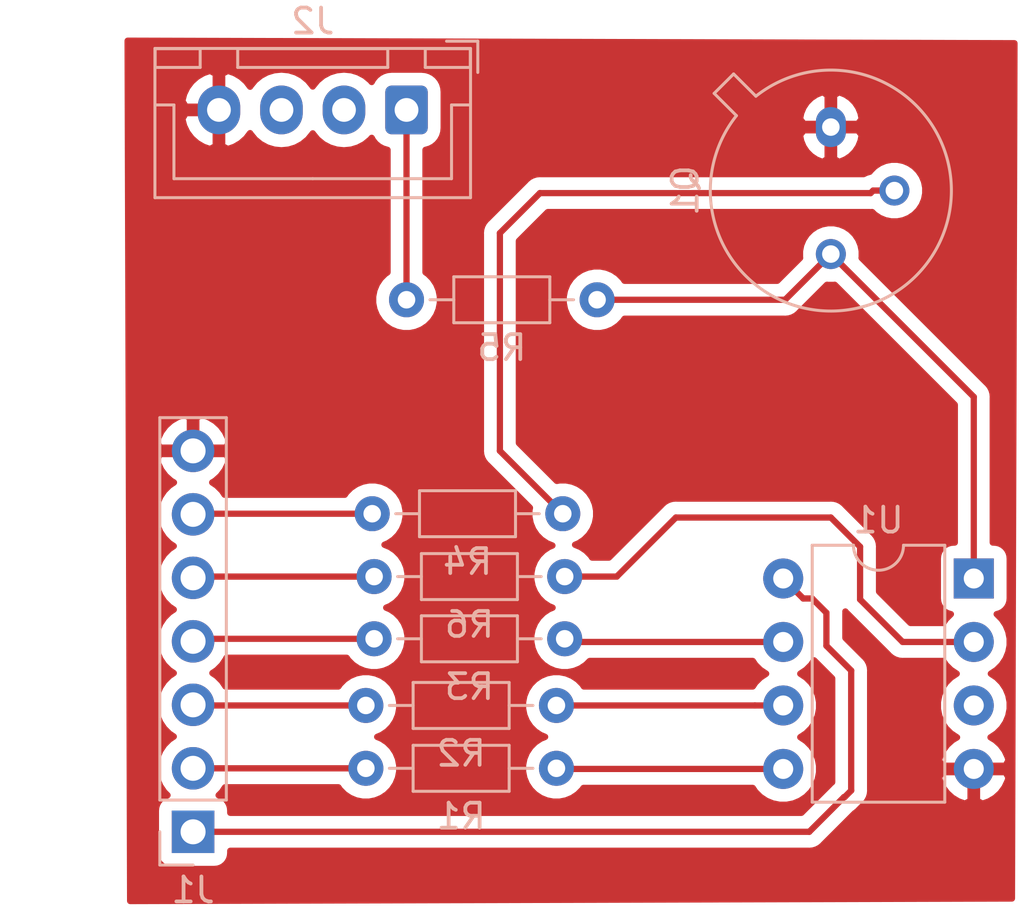
<source format=kicad_pcb>
(kicad_pcb (version 20171130) (host pcbnew "(5.1.5)-3")

  (general
    (thickness 1.6)
    (drawings 0)
    (tracks 44)
    (zones 0)
    (modules 10)
    (nets 18)
  )

  (page A4)
  (layers
    (0 F.Cu signal)
    (31 B.Cu signal)
    (32 B.Adhes user)
    (33 F.Adhes user)
    (34 B.Paste user)
    (35 F.Paste user)
    (36 B.SilkS user)
    (37 F.SilkS user)
    (38 B.Mask user)
    (39 F.Mask user)
    (40 Dwgs.User user)
    (41 Cmts.User user)
    (42 Eco1.User user)
    (43 Eco2.User user)
    (44 Edge.Cuts user)
    (45 Margin user)
    (46 B.CrtYd user)
    (47 F.CrtYd user)
    (48 B.Fab user)
    (49 F.Fab user)
  )

  (setup
    (last_trace_width 0.25)
    (user_trace_width 0.5)
    (trace_clearance 0.2)
    (zone_clearance 0.508)
    (zone_45_only no)
    (trace_min 0.2)
    (via_size 0.8)
    (via_drill 0.4)
    (via_min_size 0.4)
    (via_min_drill 0.3)
    (uvia_size 0.3)
    (uvia_drill 0.1)
    (uvias_allowed no)
    (uvia_min_size 0.2)
    (uvia_min_drill 0.1)
    (edge_width 0.05)
    (segment_width 0.2)
    (pcb_text_width 0.3)
    (pcb_text_size 1.5 1.5)
    (mod_edge_width 0.12)
    (mod_text_size 1 1)
    (mod_text_width 0.15)
    (pad_size 1.524 1.524)
    (pad_drill 0.762)
    (pad_to_mask_clearance 0.051)
    (solder_mask_min_width 0.25)
    (aux_axis_origin 0 0)
    (visible_elements 7FFFFFFF)
    (pcbplotparams
      (layerselection 0x010fc_ffffffff)
      (usegerberextensions false)
      (usegerberattributes false)
      (usegerberadvancedattributes false)
      (creategerberjobfile false)
      (excludeedgelayer true)
      (linewidth 0.100000)
      (plotframeref false)
      (viasonmask false)
      (mode 1)
      (useauxorigin false)
      (hpglpennumber 1)
      (hpglpenspeed 20)
      (hpglpendiameter 15.000000)
      (psnegative false)
      (psa4output false)
      (plotreference true)
      (plotvalue true)
      (plotinvisibletext false)
      (padsonsilk false)
      (subtractmaskfromsilk false)
      (outputformat 1)
      (mirror false)
      (drillshape 1)
      (scaleselection 1)
      (outputdirectory ""))
  )

  (net 0 "")
  (net 1 GNDPWR)
  (net 2 "Net-(J1-Pad6)")
  (net 3 "Net-(J1-Pad5)")
  (net 4 "Net-(J1-Pad4)")
  (net 5 "Net-(J1-Pad3)")
  (net 6 "Net-(J1-Pad2)")
  (net 7 +5V)
  (net 8 "Net-(Q1-Pad3)")
  (net 9 "Net-(Q1-Pad2)")
  (net 10 "Net-(R1-Pad2)")
  (net 11 "Net-(R2-Pad2)")
  (net 12 "Net-(R3-Pad2)")
  (net 13 "Net-(R6-Pad2)")
  (net 14 "Net-(U1-Pad3)")
  (net 15 "Net-(J2-Pad3)")
  (net 16 "Net-(J2-Pad2)")
  (net 17 "Net-(J2-Pad1)")

  (net_class Default "This is the default net class."
    (clearance 0.2)
    (trace_width 0.25)
    (via_dia 0.8)
    (via_drill 0.4)
    (uvia_dia 0.3)
    (uvia_drill 0.1)
    (add_net +5V)
    (add_net GNDPWR)
    (add_net "Net-(J1-Pad2)")
    (add_net "Net-(J1-Pad3)")
    (add_net "Net-(J1-Pad4)")
    (add_net "Net-(J1-Pad5)")
    (add_net "Net-(J1-Pad6)")
    (add_net "Net-(J2-Pad1)")
    (add_net "Net-(J2-Pad2)")
    (add_net "Net-(J2-Pad3)")
    (add_net "Net-(Q1-Pad2)")
    (add_net "Net-(Q1-Pad3)")
    (add_net "Net-(R1-Pad2)")
    (add_net "Net-(R2-Pad2)")
    (add_net "Net-(R3-Pad2)")
    (add_net "Net-(R6-Pad2)")
    (add_net "Net-(U1-Pad3)")
  )

  (module Connector_JST:JST_XH_B4B-XH-A_1x04_P2.50mm_Vertical (layer B.Cu) (tedit 5C28146C) (tstamp 5E64FBD1)
    (at 89.8144 25.6286 180)
    (descr "JST XH series connector, B4B-XH-A (http://www.jst-mfg.com/product/pdf/eng/eXH.pdf), generated with kicad-footprint-generator")
    (tags "connector JST XH vertical")
    (path /5E70E82A)
    (fp_text reference J2 (at 3.75 3.55) (layer B.SilkS)
      (effects (font (size 1 1) (thickness 0.15)) (justify mirror))
    )
    (fp_text value Conn_01x04_Female (at 3.75 -4.6) (layer B.Fab)
      (effects (font (size 1 1) (thickness 0.15)) (justify mirror))
    )
    (fp_text user %R (at 3.75 -2.7) (layer B.Fab)
      (effects (font (size 1 1) (thickness 0.15)) (justify mirror))
    )
    (fp_line (start -2.85 2.75) (end -2.85 1.5) (layer B.SilkS) (width 0.12))
    (fp_line (start -1.6 2.75) (end -2.85 2.75) (layer B.SilkS) (width 0.12))
    (fp_line (start 9.3 -2.75) (end 3.75 -2.75) (layer B.SilkS) (width 0.12))
    (fp_line (start 9.3 0.2) (end 9.3 -2.75) (layer B.SilkS) (width 0.12))
    (fp_line (start 10.05 0.2) (end 9.3 0.2) (layer B.SilkS) (width 0.12))
    (fp_line (start -1.8 -2.75) (end 3.75 -2.75) (layer B.SilkS) (width 0.12))
    (fp_line (start -1.8 0.2) (end -1.8 -2.75) (layer B.SilkS) (width 0.12))
    (fp_line (start -2.55 0.2) (end -1.8 0.2) (layer B.SilkS) (width 0.12))
    (fp_line (start 10.05 2.45) (end 8.25 2.45) (layer B.SilkS) (width 0.12))
    (fp_line (start 10.05 1.7) (end 10.05 2.45) (layer B.SilkS) (width 0.12))
    (fp_line (start 8.25 1.7) (end 10.05 1.7) (layer B.SilkS) (width 0.12))
    (fp_line (start 8.25 2.45) (end 8.25 1.7) (layer B.SilkS) (width 0.12))
    (fp_line (start -0.75 2.45) (end -2.55 2.45) (layer B.SilkS) (width 0.12))
    (fp_line (start -0.75 1.7) (end -0.75 2.45) (layer B.SilkS) (width 0.12))
    (fp_line (start -2.55 1.7) (end -0.75 1.7) (layer B.SilkS) (width 0.12))
    (fp_line (start -2.55 2.45) (end -2.55 1.7) (layer B.SilkS) (width 0.12))
    (fp_line (start 6.75 2.45) (end 0.75 2.45) (layer B.SilkS) (width 0.12))
    (fp_line (start 6.75 1.7) (end 6.75 2.45) (layer B.SilkS) (width 0.12))
    (fp_line (start 0.75 1.7) (end 6.75 1.7) (layer B.SilkS) (width 0.12))
    (fp_line (start 0.75 2.45) (end 0.75 1.7) (layer B.SilkS) (width 0.12))
    (fp_line (start 0 1.35) (end 0.625 2.35) (layer B.Fab) (width 0.1))
    (fp_line (start -0.625 2.35) (end 0 1.35) (layer B.Fab) (width 0.1))
    (fp_line (start 10.45 2.85) (end -2.95 2.85) (layer B.CrtYd) (width 0.05))
    (fp_line (start 10.45 -3.9) (end 10.45 2.85) (layer B.CrtYd) (width 0.05))
    (fp_line (start -2.95 -3.9) (end 10.45 -3.9) (layer B.CrtYd) (width 0.05))
    (fp_line (start -2.95 2.85) (end -2.95 -3.9) (layer B.CrtYd) (width 0.05))
    (fp_line (start 10.06 2.46) (end -2.56 2.46) (layer B.SilkS) (width 0.12))
    (fp_line (start 10.06 -3.51) (end 10.06 2.46) (layer B.SilkS) (width 0.12))
    (fp_line (start -2.56 -3.51) (end 10.06 -3.51) (layer B.SilkS) (width 0.12))
    (fp_line (start -2.56 2.46) (end -2.56 -3.51) (layer B.SilkS) (width 0.12))
    (fp_line (start 9.95 2.35) (end -2.45 2.35) (layer B.Fab) (width 0.1))
    (fp_line (start 9.95 -3.4) (end 9.95 2.35) (layer B.Fab) (width 0.1))
    (fp_line (start -2.45 -3.4) (end 9.95 -3.4) (layer B.Fab) (width 0.1))
    (fp_line (start -2.45 2.35) (end -2.45 -3.4) (layer B.Fab) (width 0.1))
    (pad 4 thru_hole oval (at 7.5 0 180) (size 1.7 1.95) (drill 0.95) (layers *.Cu *.Mask)
      (net 1 GNDPWR))
    (pad 3 thru_hole oval (at 5 0 180) (size 1.7 1.95) (drill 0.95) (layers *.Cu *.Mask)
      (net 15 "Net-(J2-Pad3)"))
    (pad 2 thru_hole oval (at 2.5 0 180) (size 1.7 1.95) (drill 0.95) (layers *.Cu *.Mask)
      (net 16 "Net-(J2-Pad2)"))
    (pad 1 thru_hole roundrect (at 0 0 180) (size 1.7 1.95) (drill 0.95) (layers *.Cu *.Mask) (roundrect_rratio 0.147059)
      (net 17 "Net-(J2-Pad1)"))
    (model ${KISYS3DMOD}/Connector_JST.3dshapes/JST_XH_B4B-XH-A_1x04_P2.50mm_Vertical.wrl
      (at (xyz 0 0 0))
      (scale (xyz 1 1 1))
      (rotate (xyz 0 0 0))
    )
  )

  (module Package_DIP:DIP-8_W7.62mm (layer B.Cu) (tedit 5A02E8C5) (tstamp 5E64EF8C)
    (at 112.4966 44.3738 180)
    (descr "8-lead though-hole mounted DIP package, row spacing 7.62 mm (300 mils)")
    (tags "THT DIP DIL PDIP 2.54mm 7.62mm 300mil")
    (path /5E6CC448)
    (fp_text reference U1 (at 3.81 2.33) (layer B.SilkS)
      (effects (font (size 1 1) (thickness 0.15)) (justify mirror))
    )
    (fp_text value ATtiny85-20PU (at 3.81 -9.95) (layer B.Fab)
      (effects (font (size 1 1) (thickness 0.15)) (justify mirror))
    )
    (fp_text user %R (at 3.81 -3.81) (layer B.Fab)
      (effects (font (size 1 1) (thickness 0.15)) (justify mirror))
    )
    (fp_line (start 8.7 1.55) (end -1.1 1.55) (layer B.CrtYd) (width 0.05))
    (fp_line (start 8.7 -9.15) (end 8.7 1.55) (layer B.CrtYd) (width 0.05))
    (fp_line (start -1.1 -9.15) (end 8.7 -9.15) (layer B.CrtYd) (width 0.05))
    (fp_line (start -1.1 1.55) (end -1.1 -9.15) (layer B.CrtYd) (width 0.05))
    (fp_line (start 6.46 1.33) (end 4.81 1.33) (layer B.SilkS) (width 0.12))
    (fp_line (start 6.46 -8.95) (end 6.46 1.33) (layer B.SilkS) (width 0.12))
    (fp_line (start 1.16 -8.95) (end 6.46 -8.95) (layer B.SilkS) (width 0.12))
    (fp_line (start 1.16 1.33) (end 1.16 -8.95) (layer B.SilkS) (width 0.12))
    (fp_line (start 2.81 1.33) (end 1.16 1.33) (layer B.SilkS) (width 0.12))
    (fp_line (start 0.635 0.27) (end 1.635 1.27) (layer B.Fab) (width 0.1))
    (fp_line (start 0.635 -8.89) (end 0.635 0.27) (layer B.Fab) (width 0.1))
    (fp_line (start 6.985 -8.89) (end 0.635 -8.89) (layer B.Fab) (width 0.1))
    (fp_line (start 6.985 1.27) (end 6.985 -8.89) (layer B.Fab) (width 0.1))
    (fp_line (start 1.635 1.27) (end 6.985 1.27) (layer B.Fab) (width 0.1))
    (fp_arc (start 3.81 1.33) (end 2.81 1.33) (angle 180) (layer B.SilkS) (width 0.12))
    (pad 8 thru_hole oval (at 7.62 0 180) (size 1.6 1.6) (drill 0.8) (layers *.Cu *.Mask)
      (net 7 +5V))
    (pad 4 thru_hole oval (at 0 -7.62 180) (size 1.6 1.6) (drill 0.8) (layers *.Cu *.Mask)
      (net 1 GNDPWR))
    (pad 7 thru_hole oval (at 7.62 -2.54 180) (size 1.6 1.6) (drill 0.8) (layers *.Cu *.Mask)
      (net 12 "Net-(R3-Pad2)"))
    (pad 3 thru_hole oval (at 0 -5.08 180) (size 1.6 1.6) (drill 0.8) (layers *.Cu *.Mask)
      (net 14 "Net-(U1-Pad3)"))
    (pad 6 thru_hole oval (at 7.62 -5.08 180) (size 1.6 1.6) (drill 0.8) (layers *.Cu *.Mask)
      (net 11 "Net-(R2-Pad2)"))
    (pad 2 thru_hole oval (at 0 -2.54 180) (size 1.6 1.6) (drill 0.8) (layers *.Cu *.Mask)
      (net 13 "Net-(R6-Pad2)"))
    (pad 5 thru_hole oval (at 7.62 -7.62 180) (size 1.6 1.6) (drill 0.8) (layers *.Cu *.Mask)
      (net 10 "Net-(R1-Pad2)"))
    (pad 1 thru_hole rect (at 0 0 180) (size 1.6 1.6) (drill 0.8) (layers *.Cu *.Mask)
      (net 8 "Net-(Q1-Pad3)"))
    (model ${KISYS3DMOD}/Package_DIP.3dshapes/DIP-8_W7.62mm.wrl
      (at (xyz 0 0 0))
      (scale (xyz 1 1 1))
      (rotate (xyz 0 0 0))
    )
  )

  (module Resistor_THT:R_Axial_DIN0204_L3.6mm_D1.6mm_P7.62mm_Horizontal (layer B.Cu) (tedit 5AE5139B) (tstamp 5E64F0E1)
    (at 88.519 44.2976)
    (descr "Resistor, Axial_DIN0204 series, Axial, Horizontal, pin pitch=7.62mm, 0.167W, length*diameter=3.6*1.6mm^2, http://cdn-reichelt.de/documents/datenblatt/B400/1_4W%23YAG.pdf")
    (tags "Resistor Axial_DIN0204 series Axial Horizontal pin pitch 7.62mm 0.167W length 3.6mm diameter 1.6mm")
    (path /5E6CD89B)
    (fp_text reference R6 (at 3.81 1.92) (layer B.SilkS)
      (effects (font (size 1 1) (thickness 0.15)) (justify mirror))
    )
    (fp_text value 1k (at 3.81 -1.92) (layer B.Fab)
      (effects (font (size 1 1) (thickness 0.15)) (justify mirror))
    )
    (fp_text user %R (at 3.81 0) (layer B.Fab)
      (effects (font (size 0.72 0.72) (thickness 0.108)) (justify mirror))
    )
    (fp_line (start 8.57 1.05) (end -0.95 1.05) (layer B.CrtYd) (width 0.05))
    (fp_line (start 8.57 -1.05) (end 8.57 1.05) (layer B.CrtYd) (width 0.05))
    (fp_line (start -0.95 -1.05) (end 8.57 -1.05) (layer B.CrtYd) (width 0.05))
    (fp_line (start -0.95 1.05) (end -0.95 -1.05) (layer B.CrtYd) (width 0.05))
    (fp_line (start 6.68 0) (end 5.73 0) (layer B.SilkS) (width 0.12))
    (fp_line (start 0.94 0) (end 1.89 0) (layer B.SilkS) (width 0.12))
    (fp_line (start 5.73 0.92) (end 1.89 0.92) (layer B.SilkS) (width 0.12))
    (fp_line (start 5.73 -0.92) (end 5.73 0.92) (layer B.SilkS) (width 0.12))
    (fp_line (start 1.89 -0.92) (end 5.73 -0.92) (layer B.SilkS) (width 0.12))
    (fp_line (start 1.89 0.92) (end 1.89 -0.92) (layer B.SilkS) (width 0.12))
    (fp_line (start 7.62 0) (end 5.61 0) (layer B.Fab) (width 0.1))
    (fp_line (start 0 0) (end 2.01 0) (layer B.Fab) (width 0.1))
    (fp_line (start 5.61 0.8) (end 2.01 0.8) (layer B.Fab) (width 0.1))
    (fp_line (start 5.61 -0.8) (end 5.61 0.8) (layer B.Fab) (width 0.1))
    (fp_line (start 2.01 -0.8) (end 5.61 -0.8) (layer B.Fab) (width 0.1))
    (fp_line (start 2.01 0.8) (end 2.01 -0.8) (layer B.Fab) (width 0.1))
    (pad 2 thru_hole oval (at 7.62 0) (size 1.4 1.4) (drill 0.7) (layers *.Cu *.Mask)
      (net 13 "Net-(R6-Pad2)"))
    (pad 1 thru_hole circle (at 0 0) (size 1.4 1.4) (drill 0.7) (layers *.Cu *.Mask)
      (net 3 "Net-(J1-Pad5)"))
    (model ${KISYS3DMOD}/Resistor_THT.3dshapes/R_Axial_DIN0204_L3.6mm_D1.6mm_P7.62mm_Horizontal.wrl
      (at (xyz 0 0 0))
      (scale (xyz 1 1 1))
      (rotate (xyz 0 0 0))
    )
  )

  (module Resistor_THT:R_Axial_DIN0204_L3.6mm_D1.6mm_P7.62mm_Horizontal (layer B.Cu) (tedit 5AE5139B) (tstamp 5E64ECB8)
    (at 89.8144 33.2232)
    (descr "Resistor, Axial_DIN0204 series, Axial, Horizontal, pin pitch=7.62mm, 0.167W, length*diameter=3.6*1.6mm^2, http://cdn-reichelt.de/documents/datenblatt/B400/1_4W%23YAG.pdf")
    (tags "Resistor Axial_DIN0204 series Axial Horizontal pin pitch 7.62mm 0.167W length 3.6mm diameter 1.6mm")
    (path /5E6CDAA4)
    (fp_text reference R5 (at 3.81 1.92) (layer B.SilkS)
      (effects (font (size 1 1) (thickness 0.15)) (justify mirror))
    )
    (fp_text value 1k (at 3.81 -1.92) (layer B.Fab)
      (effects (font (size 1 1) (thickness 0.15)) (justify mirror))
    )
    (fp_text user %R (at 3.81 0) (layer B.Fab)
      (effects (font (size 0.72 0.72) (thickness 0.108)) (justify mirror))
    )
    (fp_line (start 8.57 1.05) (end -0.95 1.05) (layer B.CrtYd) (width 0.05))
    (fp_line (start 8.57 -1.05) (end 8.57 1.05) (layer B.CrtYd) (width 0.05))
    (fp_line (start -0.95 -1.05) (end 8.57 -1.05) (layer B.CrtYd) (width 0.05))
    (fp_line (start -0.95 1.05) (end -0.95 -1.05) (layer B.CrtYd) (width 0.05))
    (fp_line (start 6.68 0) (end 5.73 0) (layer B.SilkS) (width 0.12))
    (fp_line (start 0.94 0) (end 1.89 0) (layer B.SilkS) (width 0.12))
    (fp_line (start 5.73 0.92) (end 1.89 0.92) (layer B.SilkS) (width 0.12))
    (fp_line (start 5.73 -0.92) (end 5.73 0.92) (layer B.SilkS) (width 0.12))
    (fp_line (start 1.89 -0.92) (end 5.73 -0.92) (layer B.SilkS) (width 0.12))
    (fp_line (start 1.89 0.92) (end 1.89 -0.92) (layer B.SilkS) (width 0.12))
    (fp_line (start 7.62 0) (end 5.61 0) (layer B.Fab) (width 0.1))
    (fp_line (start 0 0) (end 2.01 0) (layer B.Fab) (width 0.1))
    (fp_line (start 5.61 0.8) (end 2.01 0.8) (layer B.Fab) (width 0.1))
    (fp_line (start 5.61 -0.8) (end 5.61 0.8) (layer B.Fab) (width 0.1))
    (fp_line (start 2.01 -0.8) (end 5.61 -0.8) (layer B.Fab) (width 0.1))
    (fp_line (start 2.01 0.8) (end 2.01 -0.8) (layer B.Fab) (width 0.1))
    (pad 2 thru_hole oval (at 7.62 0) (size 1.4 1.4) (drill 0.7) (layers *.Cu *.Mask)
      (net 8 "Net-(Q1-Pad3)"))
    (pad 1 thru_hole circle (at 0 0) (size 1.4 1.4) (drill 0.7) (layers *.Cu *.Mask)
      (net 17 "Net-(J2-Pad1)"))
    (model ${KISYS3DMOD}/Resistor_THT.3dshapes/R_Axial_DIN0204_L3.6mm_D1.6mm_P7.62mm_Horizontal.wrl
      (at (xyz 0 0 0))
      (scale (xyz 1 1 1))
      (rotate (xyz 0 0 0))
    )
  )

  (module Resistor_THT:R_Axial_DIN0204_L3.6mm_D1.6mm_P7.62mm_Horizontal (layer B.Cu) (tedit 5AE5139B) (tstamp 5E64ECA1)
    (at 88.4428 41.783)
    (descr "Resistor, Axial_DIN0204 series, Axial, Horizontal, pin pitch=7.62mm, 0.167W, length*diameter=3.6*1.6mm^2, http://cdn-reichelt.de/documents/datenblatt/B400/1_4W%23YAG.pdf")
    (tags "Resistor Axial_DIN0204 series Axial Horizontal pin pitch 7.62mm 0.167W length 3.6mm diameter 1.6mm")
    (path /5E6CDDE3)
    (fp_text reference R4 (at 3.81 1.92) (layer B.SilkS)
      (effects (font (size 1 1) (thickness 0.15)) (justify mirror))
    )
    (fp_text value 1k (at 3.81 -1.92) (layer B.Fab)
      (effects (font (size 1 1) (thickness 0.15)) (justify mirror))
    )
    (fp_text user %R (at 3.81 0) (layer B.Fab)
      (effects (font (size 0.72 0.72) (thickness 0.108)) (justify mirror))
    )
    (fp_line (start 8.57 1.05) (end -0.95 1.05) (layer B.CrtYd) (width 0.05))
    (fp_line (start 8.57 -1.05) (end 8.57 1.05) (layer B.CrtYd) (width 0.05))
    (fp_line (start -0.95 -1.05) (end 8.57 -1.05) (layer B.CrtYd) (width 0.05))
    (fp_line (start -0.95 1.05) (end -0.95 -1.05) (layer B.CrtYd) (width 0.05))
    (fp_line (start 6.68 0) (end 5.73 0) (layer B.SilkS) (width 0.12))
    (fp_line (start 0.94 0) (end 1.89 0) (layer B.SilkS) (width 0.12))
    (fp_line (start 5.73 0.92) (end 1.89 0.92) (layer B.SilkS) (width 0.12))
    (fp_line (start 5.73 -0.92) (end 5.73 0.92) (layer B.SilkS) (width 0.12))
    (fp_line (start 1.89 -0.92) (end 5.73 -0.92) (layer B.SilkS) (width 0.12))
    (fp_line (start 1.89 0.92) (end 1.89 -0.92) (layer B.SilkS) (width 0.12))
    (fp_line (start 7.62 0) (end 5.61 0) (layer B.Fab) (width 0.1))
    (fp_line (start 0 0) (end 2.01 0) (layer B.Fab) (width 0.1))
    (fp_line (start 5.61 0.8) (end 2.01 0.8) (layer B.Fab) (width 0.1))
    (fp_line (start 5.61 -0.8) (end 5.61 0.8) (layer B.Fab) (width 0.1))
    (fp_line (start 2.01 -0.8) (end 5.61 -0.8) (layer B.Fab) (width 0.1))
    (fp_line (start 2.01 0.8) (end 2.01 -0.8) (layer B.Fab) (width 0.1))
    (pad 2 thru_hole oval (at 7.62 0) (size 1.4 1.4) (drill 0.7) (layers *.Cu *.Mask)
      (net 9 "Net-(Q1-Pad2)"))
    (pad 1 thru_hole circle (at 0 0) (size 1.4 1.4) (drill 0.7) (layers *.Cu *.Mask)
      (net 2 "Net-(J1-Pad6)"))
    (model ${KISYS3DMOD}/Resistor_THT.3dshapes/R_Axial_DIN0204_L3.6mm_D1.6mm_P7.62mm_Horizontal.wrl
      (at (xyz 0 0 0))
      (scale (xyz 1 1 1))
      (rotate (xyz 0 0 0))
    )
  )

  (module Resistor_THT:R_Axial_DIN0204_L3.6mm_D1.6mm_P7.62mm_Horizontal (layer B.Cu) (tedit 5AE5139B) (tstamp 5E64EC8A)
    (at 88.519 46.7868)
    (descr "Resistor, Axial_DIN0204 series, Axial, Horizontal, pin pitch=7.62mm, 0.167W, length*diameter=3.6*1.6mm^2, http://cdn-reichelt.de/documents/datenblatt/B400/1_4W%23YAG.pdf")
    (tags "Resistor Axial_DIN0204 series Axial Horizontal pin pitch 7.62mm 0.167W length 3.6mm diameter 1.6mm")
    (path /5E6CD492)
    (fp_text reference R3 (at 3.81 1.92) (layer B.SilkS)
      (effects (font (size 1 1) (thickness 0.15)) (justify mirror))
    )
    (fp_text value 1k (at 3.81 -1.92) (layer B.Fab)
      (effects (font (size 1 1) (thickness 0.15)) (justify mirror))
    )
    (fp_text user %R (at 3.81 0) (layer B.Fab)
      (effects (font (size 0.72 0.72) (thickness 0.108)) (justify mirror))
    )
    (fp_line (start 8.57 1.05) (end -0.95 1.05) (layer B.CrtYd) (width 0.05))
    (fp_line (start 8.57 -1.05) (end 8.57 1.05) (layer B.CrtYd) (width 0.05))
    (fp_line (start -0.95 -1.05) (end 8.57 -1.05) (layer B.CrtYd) (width 0.05))
    (fp_line (start -0.95 1.05) (end -0.95 -1.05) (layer B.CrtYd) (width 0.05))
    (fp_line (start 6.68 0) (end 5.73 0) (layer B.SilkS) (width 0.12))
    (fp_line (start 0.94 0) (end 1.89 0) (layer B.SilkS) (width 0.12))
    (fp_line (start 5.73 0.92) (end 1.89 0.92) (layer B.SilkS) (width 0.12))
    (fp_line (start 5.73 -0.92) (end 5.73 0.92) (layer B.SilkS) (width 0.12))
    (fp_line (start 1.89 -0.92) (end 5.73 -0.92) (layer B.SilkS) (width 0.12))
    (fp_line (start 1.89 0.92) (end 1.89 -0.92) (layer B.SilkS) (width 0.12))
    (fp_line (start 7.62 0) (end 5.61 0) (layer B.Fab) (width 0.1))
    (fp_line (start 0 0) (end 2.01 0) (layer B.Fab) (width 0.1))
    (fp_line (start 5.61 0.8) (end 2.01 0.8) (layer B.Fab) (width 0.1))
    (fp_line (start 5.61 -0.8) (end 5.61 0.8) (layer B.Fab) (width 0.1))
    (fp_line (start 2.01 -0.8) (end 5.61 -0.8) (layer B.Fab) (width 0.1))
    (fp_line (start 2.01 0.8) (end 2.01 -0.8) (layer B.Fab) (width 0.1))
    (pad 2 thru_hole oval (at 7.62 0) (size 1.4 1.4) (drill 0.7) (layers *.Cu *.Mask)
      (net 12 "Net-(R3-Pad2)"))
    (pad 1 thru_hole circle (at 0 0) (size 1.4 1.4) (drill 0.7) (layers *.Cu *.Mask)
      (net 4 "Net-(J1-Pad4)"))
    (model ${KISYS3DMOD}/Resistor_THT.3dshapes/R_Axial_DIN0204_L3.6mm_D1.6mm_P7.62mm_Horizontal.wrl
      (at (xyz 0 0 0))
      (scale (xyz 1 1 1))
      (rotate (xyz 0 0 0))
    )
  )

  (module Resistor_THT:R_Axial_DIN0204_L3.6mm_D1.6mm_P7.62mm_Horizontal (layer B.Cu) (tedit 5AE5139B) (tstamp 5E64EC73)
    (at 88.1888 49.4538)
    (descr "Resistor, Axial_DIN0204 series, Axial, Horizontal, pin pitch=7.62mm, 0.167W, length*diameter=3.6*1.6mm^2, http://cdn-reichelt.de/documents/datenblatt/B400/1_4W%23YAG.pdf")
    (tags "Resistor Axial_DIN0204 series Axial Horizontal pin pitch 7.62mm 0.167W length 3.6mm diameter 1.6mm")
    (path /5E6CD191)
    (fp_text reference R2 (at 3.81 1.92) (layer B.SilkS)
      (effects (font (size 1 1) (thickness 0.15)) (justify mirror))
    )
    (fp_text value 1k (at 3.81 -1.92) (layer B.Fab)
      (effects (font (size 1 1) (thickness 0.15)) (justify mirror))
    )
    (fp_text user %R (at 3.81 0) (layer B.Fab)
      (effects (font (size 0.72 0.72) (thickness 0.108)) (justify mirror))
    )
    (fp_line (start 8.57 1.05) (end -0.95 1.05) (layer B.CrtYd) (width 0.05))
    (fp_line (start 8.57 -1.05) (end 8.57 1.05) (layer B.CrtYd) (width 0.05))
    (fp_line (start -0.95 -1.05) (end 8.57 -1.05) (layer B.CrtYd) (width 0.05))
    (fp_line (start -0.95 1.05) (end -0.95 -1.05) (layer B.CrtYd) (width 0.05))
    (fp_line (start 6.68 0) (end 5.73 0) (layer B.SilkS) (width 0.12))
    (fp_line (start 0.94 0) (end 1.89 0) (layer B.SilkS) (width 0.12))
    (fp_line (start 5.73 0.92) (end 1.89 0.92) (layer B.SilkS) (width 0.12))
    (fp_line (start 5.73 -0.92) (end 5.73 0.92) (layer B.SilkS) (width 0.12))
    (fp_line (start 1.89 -0.92) (end 5.73 -0.92) (layer B.SilkS) (width 0.12))
    (fp_line (start 1.89 0.92) (end 1.89 -0.92) (layer B.SilkS) (width 0.12))
    (fp_line (start 7.62 0) (end 5.61 0) (layer B.Fab) (width 0.1))
    (fp_line (start 0 0) (end 2.01 0) (layer B.Fab) (width 0.1))
    (fp_line (start 5.61 0.8) (end 2.01 0.8) (layer B.Fab) (width 0.1))
    (fp_line (start 5.61 -0.8) (end 5.61 0.8) (layer B.Fab) (width 0.1))
    (fp_line (start 2.01 -0.8) (end 5.61 -0.8) (layer B.Fab) (width 0.1))
    (fp_line (start 2.01 0.8) (end 2.01 -0.8) (layer B.Fab) (width 0.1))
    (pad 2 thru_hole oval (at 7.62 0) (size 1.4 1.4) (drill 0.7) (layers *.Cu *.Mask)
      (net 11 "Net-(R2-Pad2)"))
    (pad 1 thru_hole circle (at 0 0) (size 1.4 1.4) (drill 0.7) (layers *.Cu *.Mask)
      (net 5 "Net-(J1-Pad3)"))
    (model ${KISYS3DMOD}/Resistor_THT.3dshapes/R_Axial_DIN0204_L3.6mm_D1.6mm_P7.62mm_Horizontal.wrl
      (at (xyz 0 0 0))
      (scale (xyz 1 1 1))
      (rotate (xyz 0 0 0))
    )
  )

  (module Resistor_THT:R_Axial_DIN0204_L3.6mm_D1.6mm_P7.62mm_Horizontal (layer B.Cu) (tedit 5AE5139B) (tstamp 5E64EC5C)
    (at 88.1888 51.9684)
    (descr "Resistor, Axial_DIN0204 series, Axial, Horizontal, pin pitch=7.62mm, 0.167W, length*diameter=3.6*1.6mm^2, http://cdn-reichelt.de/documents/datenblatt/B400/1_4W%23YAG.pdf")
    (tags "Resistor Axial_DIN0204 series Axial Horizontal pin pitch 7.62mm 0.167W length 3.6mm diameter 1.6mm")
    (path /5E6CCA6B)
    (fp_text reference R1 (at 3.81 1.92) (layer B.SilkS)
      (effects (font (size 1 1) (thickness 0.15)) (justify mirror))
    )
    (fp_text value 1k (at 3.81 -1.92) (layer B.Fab)
      (effects (font (size 1 1) (thickness 0.15)) (justify mirror))
    )
    (fp_text user %R (at 3.81 0) (layer B.Fab)
      (effects (font (size 0.72 0.72) (thickness 0.108)) (justify mirror))
    )
    (fp_line (start 8.57 1.05) (end -0.95 1.05) (layer B.CrtYd) (width 0.05))
    (fp_line (start 8.57 -1.05) (end 8.57 1.05) (layer B.CrtYd) (width 0.05))
    (fp_line (start -0.95 -1.05) (end 8.57 -1.05) (layer B.CrtYd) (width 0.05))
    (fp_line (start -0.95 1.05) (end -0.95 -1.05) (layer B.CrtYd) (width 0.05))
    (fp_line (start 6.68 0) (end 5.73 0) (layer B.SilkS) (width 0.12))
    (fp_line (start 0.94 0) (end 1.89 0) (layer B.SilkS) (width 0.12))
    (fp_line (start 5.73 0.92) (end 1.89 0.92) (layer B.SilkS) (width 0.12))
    (fp_line (start 5.73 -0.92) (end 5.73 0.92) (layer B.SilkS) (width 0.12))
    (fp_line (start 1.89 -0.92) (end 5.73 -0.92) (layer B.SilkS) (width 0.12))
    (fp_line (start 1.89 0.92) (end 1.89 -0.92) (layer B.SilkS) (width 0.12))
    (fp_line (start 7.62 0) (end 5.61 0) (layer B.Fab) (width 0.1))
    (fp_line (start 0 0) (end 2.01 0) (layer B.Fab) (width 0.1))
    (fp_line (start 5.61 0.8) (end 2.01 0.8) (layer B.Fab) (width 0.1))
    (fp_line (start 5.61 -0.8) (end 5.61 0.8) (layer B.Fab) (width 0.1))
    (fp_line (start 2.01 -0.8) (end 5.61 -0.8) (layer B.Fab) (width 0.1))
    (fp_line (start 2.01 0.8) (end 2.01 -0.8) (layer B.Fab) (width 0.1))
    (pad 2 thru_hole oval (at 7.62 0) (size 1.4 1.4) (drill 0.7) (layers *.Cu *.Mask)
      (net 10 "Net-(R1-Pad2)"))
    (pad 1 thru_hole circle (at 0 0) (size 1.4 1.4) (drill 0.7) (layers *.Cu *.Mask)
      (net 6 "Net-(J1-Pad2)"))
    (model ${KISYS3DMOD}/Resistor_THT.3dshapes/R_Axial_DIN0204_L3.6mm_D1.6mm_P7.62mm_Horizontal.wrl
      (at (xyz 0 0 0))
      (scale (xyz 1 1 1))
      (rotate (xyz 0 0 0))
    )
  )

  (module Package_TO_SOT_THT:TO-39-3 (layer B.Cu) (tedit 5A02FF81) (tstamp 5E64EC45)
    (at 106.7816 26.3144 270)
    (descr TO-39-3)
    (tags TO-39-3)
    (path /5E6CF041)
    (fp_text reference Q1 (at 2.54 5.82 90) (layer B.SilkS)
      (effects (font (size 1 1) (thickness 0.15)) (justify mirror))
    )
    (fp_text value 2N2222A (at 2.54 -5.82 90) (layer B.Fab)
      (effects (font (size 1 1) (thickness 0.15)) (justify mirror))
    )
    (fp_arc (start 2.54 0) (end -0.457084 3.774902) (angle -346.9) (layer B.SilkS) (width 0.12))
    (fp_arc (start 2.54 0) (end -0.465408 3.61352) (angle -349.5) (layer B.Fab) (width 0.1))
    (fp_circle (center 2.54 0) (end 6.79 0) (layer B.Fab) (width 0.1))
    (fp_line (start 7.49 4.95) (end -2.41 4.95) (layer B.CrtYd) (width 0.05))
    (fp_line (start 7.49 -4.95) (end 7.49 4.95) (layer B.CrtYd) (width 0.05))
    (fp_line (start -2.41 -4.95) (end 7.49 -4.95) (layer B.CrtYd) (width 0.05))
    (fp_line (start -2.41 4.95) (end -2.41 -4.95) (layer B.CrtYd) (width 0.05))
    (fp_line (start -2.125856 3.888039) (end -1.234902 2.997084) (layer B.SilkS) (width 0.12))
    (fp_line (start -1.348039 4.665856) (end -2.125856 3.888039) (layer B.SilkS) (width 0.12))
    (fp_line (start -0.457084 3.774902) (end -1.348039 4.665856) (layer B.SilkS) (width 0.12))
    (fp_line (start -1.879621 3.81151) (end -1.07352 3.005408) (layer B.Fab) (width 0.1))
    (fp_line (start -1.27151 4.419621) (end -1.879621 3.81151) (layer B.Fab) (width 0.1))
    (fp_line (start -0.465408 3.61352) (end -1.27151 4.419621) (layer B.Fab) (width 0.1))
    (fp_text user %R (at 2.54 5.82 90) (layer B.Fab)
      (effects (font (size 1 1) (thickness 0.15)) (justify mirror))
    )
    (pad 3 thru_hole oval (at 5.08 0 270) (size 1.2 1.2) (drill 0.7) (layers *.Cu *.Mask)
      (net 8 "Net-(Q1-Pad3)"))
    (pad 2 thru_hole oval (at 2.54 -2.54 270) (size 1.2 1.2) (drill 0.7) (layers *.Cu *.Mask)
      (net 9 "Net-(Q1-Pad2)"))
    (pad 1 thru_hole oval (at 0 0 270) (size 1.6 1.2) (drill 0.7) (layers *.Cu *.Mask)
      (net 1 GNDPWR))
    (model ${KISYS3DMOD}/Package_TO_SOT_THT.3dshapes/TO-39-3.wrl
      (at (xyz 0 0 0))
      (scale (xyz 1 1 1))
      (rotate (xyz 0 0 0))
    )
  )

  (module Connector_PinHeader_2.54mm:PinHeader_1x07_P2.54mm_Vertical (layer B.Cu) (tedit 59FED5CC) (tstamp 5E64EC30)
    (at 81.28 54.5084)
    (descr "Through hole straight pin header, 1x07, 2.54mm pitch, single row")
    (tags "Through hole pin header THT 1x07 2.54mm single row")
    (path /5E6E666F)
    (fp_text reference J1 (at 0 2.33) (layer B.SilkS)
      (effects (font (size 1 1) (thickness 0.15)) (justify mirror))
    )
    (fp_text value Conn_01x07_Female (at 0 -17.57) (layer B.Fab)
      (effects (font (size 1 1) (thickness 0.15)) (justify mirror))
    )
    (fp_text user %R (at 0 -7.62 -90) (layer B.Fab)
      (effects (font (size 1 1) (thickness 0.15)) (justify mirror))
    )
    (fp_line (start 1.8 1.8) (end -1.8 1.8) (layer B.CrtYd) (width 0.05))
    (fp_line (start 1.8 -17.05) (end 1.8 1.8) (layer B.CrtYd) (width 0.05))
    (fp_line (start -1.8 -17.05) (end 1.8 -17.05) (layer B.CrtYd) (width 0.05))
    (fp_line (start -1.8 1.8) (end -1.8 -17.05) (layer B.CrtYd) (width 0.05))
    (fp_line (start -1.33 1.33) (end 0 1.33) (layer B.SilkS) (width 0.12))
    (fp_line (start -1.33 0) (end -1.33 1.33) (layer B.SilkS) (width 0.12))
    (fp_line (start -1.33 -1.27) (end 1.33 -1.27) (layer B.SilkS) (width 0.12))
    (fp_line (start 1.33 -1.27) (end 1.33 -16.57) (layer B.SilkS) (width 0.12))
    (fp_line (start -1.33 -1.27) (end -1.33 -16.57) (layer B.SilkS) (width 0.12))
    (fp_line (start -1.33 -16.57) (end 1.33 -16.57) (layer B.SilkS) (width 0.12))
    (fp_line (start -1.27 0.635) (end -0.635 1.27) (layer B.Fab) (width 0.1))
    (fp_line (start -1.27 -16.51) (end -1.27 0.635) (layer B.Fab) (width 0.1))
    (fp_line (start 1.27 -16.51) (end -1.27 -16.51) (layer B.Fab) (width 0.1))
    (fp_line (start 1.27 1.27) (end 1.27 -16.51) (layer B.Fab) (width 0.1))
    (fp_line (start -0.635 1.27) (end 1.27 1.27) (layer B.Fab) (width 0.1))
    (pad 7 thru_hole oval (at 0 -15.24) (size 1.7 1.7) (drill 1) (layers *.Cu *.Mask)
      (net 1 GNDPWR))
    (pad 6 thru_hole oval (at 0 -12.7) (size 1.7 1.7) (drill 1) (layers *.Cu *.Mask)
      (net 2 "Net-(J1-Pad6)"))
    (pad 5 thru_hole oval (at 0 -10.16) (size 1.7 1.7) (drill 1) (layers *.Cu *.Mask)
      (net 3 "Net-(J1-Pad5)"))
    (pad 4 thru_hole oval (at 0 -7.62) (size 1.7 1.7) (drill 1) (layers *.Cu *.Mask)
      (net 4 "Net-(J1-Pad4)"))
    (pad 3 thru_hole oval (at 0 -5.08) (size 1.7 1.7) (drill 1) (layers *.Cu *.Mask)
      (net 5 "Net-(J1-Pad3)"))
    (pad 2 thru_hole oval (at 0 -2.54) (size 1.7 1.7) (drill 1) (layers *.Cu *.Mask)
      (net 6 "Net-(J1-Pad2)"))
    (pad 1 thru_hole rect (at 0 0) (size 1.7 1.7) (drill 1) (layers *.Cu *.Mask)
      (net 7 +5V))
    (model ${KISYS3DMOD}/Connector_PinHeader_2.54mm.3dshapes/PinHeader_1x07_P2.54mm_Vertical.wrl
      (at (xyz 0 0 0))
      (scale (xyz 1 1 1))
      (rotate (xyz 0 0 0))
    )
  )

  (segment (start 81.3054 41.783) (end 81.28 41.8084) (width 0.25) (layer F.Cu) (net 2))
  (segment (start 88.4428 41.783) (end 81.3054 41.783) (width 0.25) (layer F.Cu) (net 2))
  (segment (start 81.3308 44.2976) (end 81.28 44.3484) (width 0.25) (layer F.Cu) (net 3))
  (segment (start 88.519 44.2976) (end 81.3308 44.2976) (width 0.25) (layer F.Cu) (net 3))
  (segment (start 81.3816 46.7868) (end 81.28 46.8884) (width 0.25) (layer F.Cu) (net 4))
  (segment (start 88.519 46.7868) (end 81.3816 46.7868) (width 0.25) (layer F.Cu) (net 4))
  (segment (start 81.3054 49.4538) (end 81.28 49.4284) (width 0.25) (layer F.Cu) (net 5))
  (segment (start 88.1888 49.4538) (end 81.3054 49.4538) (width 0.25) (layer F.Cu) (net 5))
  (segment (start 88.1888 51.9684) (end 81.28 51.9684) (width 0.25) (layer F.Cu) (net 6))
  (segment (start 105.676599 45.173799) (end 106.032199 45.173799) (width 0.25) (layer F.Cu) (net 7))
  (segment (start 104.8766 44.3738) (end 105.676599 45.173799) (width 0.25) (layer F.Cu) (net 7))
  (segment (start 106.032199 45.173799) (end 106.6038 45.7454) (width 0.25) (layer F.Cu) (net 7))
  (segment (start 106.6038 45.7454) (end 106.6038 47.0662) (width 0.25) (layer F.Cu) (net 7))
  (segment (start 106.6038 47.0662) (end 107.5944 48.0568) (width 0.25) (layer F.Cu) (net 7))
  (segment (start 107.5944 48.0568) (end 107.5944 52.8574) (width 0.25) (layer F.Cu) (net 7))
  (segment (start 107.332999 53.118801) (end 107.307599 53.118801) (width 0.25) (layer F.Cu) (net 7))
  (segment (start 107.5944 52.8574) (end 107.332999 53.118801) (width 0.25) (layer F.Cu) (net 7))
  (segment (start 105.918 54.5084) (end 81.28 54.5084) (width 0.25) (layer F.Cu) (net 7))
  (segment (start 107.307599 53.118801) (end 105.918 54.5084) (width 0.25) (layer F.Cu) (net 7))
  (segment (start 104.9528 33.2232) (end 106.7816 31.3944) (width 0.25) (layer F.Cu) (net 8))
  (segment (start 97.4344 33.2232) (end 104.9528 33.2232) (width 0.25) (layer F.Cu) (net 8))
  (segment (start 112.4966 37.1094) (end 112.4966 44.3738) (width 0.25) (layer F.Cu) (net 8))
  (segment (start 106.7816 31.3944) (end 112.4966 37.1094) (width 0.25) (layer F.Cu) (net 8))
  (segment (start 108.473072 28.8544) (end 108.371472 28.956) (width 0.25) (layer F.Cu) (net 9))
  (segment (start 109.3216 28.8544) (end 108.473072 28.8544) (width 0.25) (layer F.Cu) (net 9))
  (segment (start 108.371472 28.956) (end 95.1484 28.956) (width 0.25) (layer F.Cu) (net 9))
  (segment (start 95.1484 28.956) (end 93.5482 30.5562) (width 0.25) (layer F.Cu) (net 9))
  (segment (start 93.5482 39.2684) (end 96.0628 41.783) (width 0.25) (layer F.Cu) (net 9))
  (segment (start 93.5482 30.5562) (end 93.5482 39.2684) (width 0.25) (layer F.Cu) (net 9))
  (segment (start 95.8342 51.9938) (end 95.8088 51.9684) (width 0.25) (layer F.Cu) (net 10))
  (segment (start 104.8766 51.9938) (end 95.8342 51.9938) (width 0.25) (layer F.Cu) (net 10))
  (segment (start 103.74523 49.4538) (end 95.8088 49.4538) (width 0.25) (layer F.Cu) (net 11))
  (segment (start 104.8766 49.4538) (end 103.74523 49.4538) (width 0.25) (layer F.Cu) (net 11))
  (segment (start 96.266 46.9138) (end 96.139 46.7868) (width 0.25) (layer F.Cu) (net 12))
  (segment (start 104.8766 46.9138) (end 96.266 46.9138) (width 0.25) (layer F.Cu) (net 12))
  (segment (start 112.4966 46.9138) (end 109.6518 46.9138) (width 0.25) (layer F.Cu) (net 13))
  (segment (start 109.6518 46.9138) (end 107.95 45.212) (width 0.25) (layer F.Cu) (net 13))
  (segment (start 107.95 45.212) (end 107.95 43.1038) (width 0.25) (layer F.Cu) (net 13))
  (segment (start 107.95 43.1038) (end 106.7816 41.9354) (width 0.25) (layer F.Cu) (net 13))
  (segment (start 106.7816 41.9354) (end 100.584 41.9354) (width 0.25) (layer F.Cu) (net 13))
  (segment (start 98.2218 44.2976) (end 96.139 44.2976) (width 0.25) (layer F.Cu) (net 13))
  (segment (start 100.584 41.9354) (end 98.2218 44.2976) (width 0.25) (layer F.Cu) (net 13))
  (segment (start 89.8144 26.6036) (end 89.8144 33.2232) (width 0.25) (layer F.Cu) (net 17))
  (segment (start 89.8144 25.6286) (end 89.8144 26.6036) (width 0.25) (layer F.Cu) (net 17))

  (zone (net 1) (net_name GNDPWR) (layer F.Cu) (tstamp 0) (hatch edge 0.508)
    (connect_pads (clearance 0.508))
    (min_thickness 0.254)
    (fill yes (arc_segments 32) (thermal_gap 0.508) (thermal_bridge_width 0.508))
    (polygon
      (pts
        (xy 114.2238 22.8346) (xy 114.2492 22.86) (xy 114.1476 57.3024) (xy 78.6384 57.404) (xy 78.5368 22.733)
      )
    )
    (filled_polygon
      (pts
        (xy 114.121901 22.96131) (xy 114.020973 57.175762) (xy 78.765027 57.276638) (xy 78.754425 53.6584) (xy 79.791928 53.6584)
        (xy 79.791928 55.3584) (xy 79.804188 55.482882) (xy 79.840498 55.60258) (xy 79.899463 55.712894) (xy 79.978815 55.809585)
        (xy 80.075506 55.888937) (xy 80.18582 55.947902) (xy 80.305518 55.984212) (xy 80.43 55.996472) (xy 82.13 55.996472)
        (xy 82.254482 55.984212) (xy 82.37418 55.947902) (xy 82.484494 55.888937) (xy 82.581185 55.809585) (xy 82.660537 55.712894)
        (xy 82.719502 55.60258) (xy 82.755812 55.482882) (xy 82.768072 55.3584) (xy 82.768072 55.2684) (xy 105.880678 55.2684)
        (xy 105.918 55.272076) (xy 105.955322 55.2684) (xy 105.955333 55.2684) (xy 106.066986 55.257403) (xy 106.210247 55.213946)
        (xy 106.342276 55.143374) (xy 106.458001 55.048401) (xy 106.481804 55.019397) (xy 107.736118 53.765084) (xy 107.757275 53.753775)
        (xy 107.873 53.658802) (xy 107.896803 53.629798) (xy 108.105397 53.421204) (xy 108.134401 53.397401) (xy 108.229374 53.281676)
        (xy 108.299946 53.149647) (xy 108.343403 53.006386) (xy 108.3544 52.894733) (xy 108.3544 52.894723) (xy 108.358076 52.8574)
        (xy 108.3544 52.820077) (xy 108.3544 52.342839) (xy 111.104696 52.342839) (xy 111.145354 52.476887) (xy 111.265563 52.73122)
        (xy 111.433081 52.957214) (xy 111.641469 53.146185) (xy 111.882719 53.29087) (xy 112.14756 53.385709) (xy 112.3696 53.264424)
        (xy 112.3696 52.1208) (xy 112.6236 52.1208) (xy 112.6236 53.264424) (xy 112.84564 53.385709) (xy 113.110481 53.29087)
        (xy 113.351731 53.146185) (xy 113.560119 52.957214) (xy 113.727637 52.73122) (xy 113.847846 52.476887) (xy 113.888504 52.342839)
        (xy 113.766515 52.1208) (xy 112.6236 52.1208) (xy 112.3696 52.1208) (xy 111.226685 52.1208) (xy 111.104696 52.342839)
        (xy 108.3544 52.342839) (xy 108.3544 48.094123) (xy 108.358076 48.0568) (xy 108.3544 48.019477) (xy 108.3544 48.019467)
        (xy 108.343403 47.907814) (xy 108.299946 47.764553) (xy 108.245559 47.662803) (xy 108.229374 47.632523) (xy 108.158199 47.545797)
        (xy 108.134401 47.516799) (xy 108.105404 47.493002) (xy 107.3638 46.751399) (xy 107.3638 45.782723) (xy 107.367476 45.7454)
        (xy 107.3638 45.708077) (xy 107.3638 45.708067) (xy 107.362417 45.694021) (xy 107.409999 45.752001) (xy 107.439003 45.775804)
        (xy 109.088001 47.424803) (xy 109.111799 47.453801) (xy 109.227524 47.548774) (xy 109.359553 47.619346) (xy 109.502814 47.662803)
        (xy 109.614467 47.6738) (xy 109.614475 47.6738) (xy 109.6518 47.677476) (xy 109.689125 47.6738) (xy 111.278557 47.6738)
        (xy 111.381963 47.828559) (xy 111.581841 48.028437) (xy 111.814359 48.1838) (xy 111.581841 48.339163) (xy 111.381963 48.539041)
        (xy 111.22492 48.774073) (xy 111.116747 49.035226) (xy 111.0616 49.312465) (xy 111.0616 49.595135) (xy 111.116747 49.872374)
        (xy 111.22492 50.133527) (xy 111.381963 50.368559) (xy 111.581841 50.568437) (xy 111.816873 50.72548) (xy 111.827465 50.729867)
        (xy 111.641469 50.841415) (xy 111.433081 51.030386) (xy 111.265563 51.25638) (xy 111.145354 51.510713) (xy 111.104696 51.644761)
        (xy 111.226685 51.8668) (xy 112.3696 51.8668) (xy 112.3696 51.8468) (xy 112.6236 51.8468) (xy 112.6236 51.8668)
        (xy 113.766515 51.8668) (xy 113.888504 51.644761) (xy 113.847846 51.510713) (xy 113.727637 51.25638) (xy 113.560119 51.030386)
        (xy 113.351731 50.841415) (xy 113.165735 50.729867) (xy 113.176327 50.72548) (xy 113.411359 50.568437) (xy 113.611237 50.368559)
        (xy 113.76828 50.133527) (xy 113.876453 49.872374) (xy 113.9316 49.595135) (xy 113.9316 49.312465) (xy 113.876453 49.035226)
        (xy 113.76828 48.774073) (xy 113.611237 48.539041) (xy 113.411359 48.339163) (xy 113.178841 48.1838) (xy 113.411359 48.028437)
        (xy 113.611237 47.828559) (xy 113.76828 47.593527) (xy 113.876453 47.332374) (xy 113.9316 47.055135) (xy 113.9316 46.772465)
        (xy 113.876453 46.495226) (xy 113.76828 46.234073) (xy 113.611237 45.999041) (xy 113.412639 45.800443) (xy 113.421082 45.799612)
        (xy 113.54078 45.763302) (xy 113.651094 45.704337) (xy 113.747785 45.624985) (xy 113.827137 45.528294) (xy 113.886102 45.41798)
        (xy 113.922412 45.298282) (xy 113.934672 45.1738) (xy 113.934672 43.5738) (xy 113.922412 43.449318) (xy 113.886102 43.32962)
        (xy 113.827137 43.219306) (xy 113.747785 43.122615) (xy 113.651094 43.043263) (xy 113.54078 42.984298) (xy 113.421082 42.947988)
        (xy 113.2966 42.935728) (xy 113.2566 42.935728) (xy 113.2566 37.146733) (xy 113.260277 37.1094) (xy 113.245603 36.960414)
        (xy 113.202146 36.817153) (xy 113.131574 36.685124) (xy 113.060399 36.598397) (xy 113.036601 36.569399) (xy 113.007604 36.545602)
        (xy 108.010202 31.548201) (xy 108.0166 31.516037) (xy 108.0166 31.272763) (xy 107.96914 31.034164) (xy 107.876043 30.809408)
        (xy 107.740887 30.607133) (xy 107.568867 30.435113) (xy 107.366592 30.299957) (xy 107.141836 30.20686) (xy 106.903237 30.1594)
        (xy 106.659963 30.1594) (xy 106.421364 30.20686) (xy 106.196608 30.299957) (xy 105.994333 30.435113) (xy 105.822313 30.607133)
        (xy 105.687157 30.809408) (xy 105.59406 31.034164) (xy 105.5466 31.272763) (xy 105.5466 31.516037) (xy 105.552998 31.548201)
        (xy 104.637999 32.4632) (xy 98.532175 32.4632) (xy 98.471362 32.372187) (xy 98.285413 32.186238) (xy 98.066759 32.040139)
        (xy 97.823805 31.939504) (xy 97.565886 31.8882) (xy 97.302914 31.8882) (xy 97.044995 31.939504) (xy 96.802041 32.040139)
        (xy 96.583387 32.186238) (xy 96.397438 32.372187) (xy 96.251339 32.590841) (xy 96.150704 32.833795) (xy 96.0994 33.091714)
        (xy 96.0994 33.354686) (xy 96.150704 33.612605) (xy 96.251339 33.855559) (xy 96.397438 34.074213) (xy 96.583387 34.260162)
        (xy 96.802041 34.406261) (xy 97.044995 34.506896) (xy 97.302914 34.5582) (xy 97.565886 34.5582) (xy 97.823805 34.506896)
        (xy 98.066759 34.406261) (xy 98.285413 34.260162) (xy 98.471362 34.074213) (xy 98.532175 33.9832) (xy 104.915478 33.9832)
        (xy 104.9528 33.986876) (xy 104.990122 33.9832) (xy 104.990133 33.9832) (xy 105.101786 33.972203) (xy 105.245047 33.928746)
        (xy 105.377076 33.858174) (xy 105.492801 33.763201) (xy 105.516604 33.734197) (xy 106.627799 32.623002) (xy 106.659963 32.6294)
        (xy 106.903237 32.6294) (xy 106.935401 32.623002) (xy 111.7366 37.424202) (xy 111.736601 42.935728) (xy 111.6966 42.935728)
        (xy 111.572118 42.947988) (xy 111.45242 42.984298) (xy 111.342106 43.043263) (xy 111.245415 43.122615) (xy 111.166063 43.219306)
        (xy 111.107098 43.32962) (xy 111.070788 43.449318) (xy 111.058528 43.5738) (xy 111.058528 45.1738) (xy 111.070788 45.298282)
        (xy 111.107098 45.41798) (xy 111.166063 45.528294) (xy 111.245415 45.624985) (xy 111.342106 45.704337) (xy 111.45242 45.763302)
        (xy 111.572118 45.799612) (xy 111.580561 45.800443) (xy 111.381963 45.999041) (xy 111.278557 46.1538) (xy 109.966602 46.1538)
        (xy 108.71 44.897199) (xy 108.71 43.141122) (xy 108.713676 43.103799) (xy 108.71 43.066476) (xy 108.71 43.066467)
        (xy 108.699003 42.954814) (xy 108.655546 42.811553) (xy 108.584974 42.679523) (xy 108.513799 42.592797) (xy 108.490001 42.563799)
        (xy 108.461003 42.540001) (xy 107.345404 41.424403) (xy 107.321601 41.395399) (xy 107.205876 41.300426) (xy 107.073847 41.229854)
        (xy 106.930586 41.186397) (xy 106.818933 41.1754) (xy 106.818922 41.1754) (xy 106.7816 41.171724) (xy 106.744278 41.1754)
        (xy 100.621322 41.1754) (xy 100.583999 41.171724) (xy 100.546676 41.1754) (xy 100.546667 41.1754) (xy 100.435014 41.186397)
        (xy 100.291753 41.229854) (xy 100.159724 41.300426) (xy 100.043999 41.395399) (xy 100.020201 41.424397) (xy 97.906999 43.5376)
        (xy 97.236775 43.5376) (xy 97.175962 43.446587) (xy 96.990013 43.260638) (xy 96.771359 43.114539) (xy 96.55403 43.024518)
        (xy 96.695159 42.966061) (xy 96.913813 42.819962) (xy 97.099762 42.634013) (xy 97.245861 42.415359) (xy 97.346496 42.172405)
        (xy 97.3978 41.914486) (xy 97.3978 41.651514) (xy 97.346496 41.393595) (xy 97.245861 41.150641) (xy 97.099762 40.931987)
        (xy 96.913813 40.746038) (xy 96.695159 40.599939) (xy 96.452205 40.499304) (xy 96.194286 40.448) (xy 95.931314 40.448)
        (xy 95.823957 40.469355) (xy 94.3082 38.953599) (xy 94.3082 30.871001) (xy 95.463202 29.716) (xy 108.33415 29.716)
        (xy 108.371472 29.719676) (xy 108.408794 29.716) (xy 108.408805 29.716) (xy 108.43415 29.713504) (xy 108.534333 29.813687)
        (xy 108.736608 29.948843) (xy 108.961364 30.04194) (xy 109.199963 30.0894) (xy 109.443237 30.0894) (xy 109.681836 30.04194)
        (xy 109.906592 29.948843) (xy 110.108867 29.813687) (xy 110.280887 29.641667) (xy 110.416043 29.439392) (xy 110.50914 29.214636)
        (xy 110.5566 28.976037) (xy 110.5566 28.732763) (xy 110.50914 28.494164) (xy 110.416043 28.269408) (xy 110.280887 28.067133)
        (xy 110.108867 27.895113) (xy 109.906592 27.759957) (xy 109.681836 27.66686) (xy 109.443237 27.6194) (xy 109.199963 27.6194)
        (xy 108.961364 27.66686) (xy 108.736608 27.759957) (xy 108.534333 27.895113) (xy 108.362313 28.067133) (xy 108.337638 28.104062)
        (xy 108.324086 28.105397) (xy 108.180825 28.148854) (xy 108.092622 28.196) (xy 95.185733 28.196) (xy 95.1484 28.192323)
        (xy 95.111067 28.196) (xy 94.999414 28.206997) (xy 94.856153 28.250454) (xy 94.724124 28.321026) (xy 94.608399 28.415999)
        (xy 94.584601 28.444997) (xy 93.037203 29.992396) (xy 93.008199 30.016199) (xy 92.953071 30.083374) (xy 92.913226 30.131924)
        (xy 92.89854 30.1594) (xy 92.842654 30.263954) (xy 92.799197 30.407215) (xy 92.7882 30.518868) (xy 92.7882 30.518878)
        (xy 92.784524 30.5562) (xy 92.7882 30.593522) (xy 92.788201 39.231068) (xy 92.784524 39.2684) (xy 92.799198 39.417385)
        (xy 92.842654 39.560646) (xy 92.913226 39.692676) (xy 92.978736 39.772499) (xy 93.0082 39.808401) (xy 93.037198 39.832199)
        (xy 94.749155 41.544157) (xy 94.7278 41.651514) (xy 94.7278 41.914486) (xy 94.779104 42.172405) (xy 94.879739 42.415359)
        (xy 95.025838 42.634013) (xy 95.211787 42.819962) (xy 95.430441 42.966061) (xy 95.64777 43.056082) (xy 95.506641 43.114539)
        (xy 95.287987 43.260638) (xy 95.102038 43.446587) (xy 94.955939 43.665241) (xy 94.855304 43.908195) (xy 94.804 44.166114)
        (xy 94.804 44.429086) (xy 94.855304 44.687005) (xy 94.955939 44.929959) (xy 95.102038 45.148613) (xy 95.287987 45.334562)
        (xy 95.506641 45.480661) (xy 95.655209 45.5422) (xy 95.506641 45.603739) (xy 95.287987 45.749838) (xy 95.102038 45.935787)
        (xy 94.955939 46.154441) (xy 94.855304 46.397395) (xy 94.804 46.655314) (xy 94.804 46.918286) (xy 94.855304 47.176205)
        (xy 94.955939 47.419159) (xy 95.102038 47.637813) (xy 95.287987 47.823762) (xy 95.506641 47.969861) (xy 95.749595 48.070496)
        (xy 96.007514 48.1218) (xy 96.270486 48.1218) (xy 96.528405 48.070496) (xy 96.771359 47.969861) (xy 96.990013 47.823762)
        (xy 97.139975 47.6738) (xy 103.658557 47.6738) (xy 103.761963 47.828559) (xy 103.961841 48.028437) (xy 104.194359 48.1838)
        (xy 103.961841 48.339163) (xy 103.761963 48.539041) (xy 103.658557 48.6938) (xy 96.906575 48.6938) (xy 96.845762 48.602787)
        (xy 96.659813 48.416838) (xy 96.441159 48.270739) (xy 96.198205 48.170104) (xy 95.940286 48.1188) (xy 95.677314 48.1188)
        (xy 95.419395 48.170104) (xy 95.176441 48.270739) (xy 94.957787 48.416838) (xy 94.771838 48.602787) (xy 94.625739 48.821441)
        (xy 94.525104 49.064395) (xy 94.4738 49.322314) (xy 94.4738 49.585286) (xy 94.525104 49.843205) (xy 94.625739 50.086159)
        (xy 94.771838 50.304813) (xy 94.957787 50.490762) (xy 95.176441 50.636861) (xy 95.35567 50.7111) (xy 95.176441 50.785339)
        (xy 94.957787 50.931438) (xy 94.771838 51.117387) (xy 94.625739 51.336041) (xy 94.525104 51.578995) (xy 94.4738 51.836914)
        (xy 94.4738 52.099886) (xy 94.525104 52.357805) (xy 94.625739 52.600759) (xy 94.771838 52.819413) (xy 94.957787 53.005362)
        (xy 95.176441 53.151461) (xy 95.419395 53.252096) (xy 95.677314 53.3034) (xy 95.940286 53.3034) (xy 96.198205 53.252096)
        (xy 96.441159 53.151461) (xy 96.659813 53.005362) (xy 96.845762 52.819413) (xy 96.889603 52.7538) (xy 103.658557 52.7538)
        (xy 103.761963 52.908559) (xy 103.961841 53.108437) (xy 104.196873 53.26548) (xy 104.458026 53.373653) (xy 104.735265 53.4288)
        (xy 105.017935 53.4288) (xy 105.295174 53.373653) (xy 105.556327 53.26548) (xy 105.791359 53.108437) (xy 105.991237 52.908559)
        (xy 106.14828 52.673527) (xy 106.256453 52.412374) (xy 106.3116 52.135135) (xy 106.3116 51.852465) (xy 106.256453 51.575226)
        (xy 106.14828 51.314073) (xy 105.991237 51.079041) (xy 105.791359 50.879163) (xy 105.558841 50.7238) (xy 105.791359 50.568437)
        (xy 105.991237 50.368559) (xy 106.14828 50.133527) (xy 106.256453 49.872374) (xy 106.3116 49.595135) (xy 106.3116 49.312465)
        (xy 106.256453 49.035226) (xy 106.14828 48.774073) (xy 105.991237 48.539041) (xy 105.791359 48.339163) (xy 105.558841 48.1838)
        (xy 105.791359 48.028437) (xy 105.991237 47.828559) (xy 106.111448 47.648649) (xy 106.8344 48.371602) (xy 106.834401 52.523976)
        (xy 106.767598 52.5788) (xy 106.7438 52.607798) (xy 105.603199 53.7484) (xy 82.768072 53.7484) (xy 82.768072 53.6584)
        (xy 82.755812 53.533918) (xy 82.719502 53.41422) (xy 82.660537 53.303906) (xy 82.581185 53.207215) (xy 82.484494 53.127863)
        (xy 82.37418 53.068898) (xy 82.30162 53.046887) (xy 82.433475 52.915032) (xy 82.558178 52.7284) (xy 87.091025 52.7284)
        (xy 87.151838 52.819413) (xy 87.337787 53.005362) (xy 87.556441 53.151461) (xy 87.799395 53.252096) (xy 88.057314 53.3034)
        (xy 88.320286 53.3034) (xy 88.578205 53.252096) (xy 88.821159 53.151461) (xy 89.039813 53.005362) (xy 89.225762 52.819413)
        (xy 89.371861 52.600759) (xy 89.472496 52.357805) (xy 89.5238 52.099886) (xy 89.5238 51.836914) (xy 89.472496 51.578995)
        (xy 89.371861 51.336041) (xy 89.225762 51.117387) (xy 89.039813 50.931438) (xy 88.821159 50.785339) (xy 88.64193 50.7111)
        (xy 88.821159 50.636861) (xy 89.039813 50.490762) (xy 89.225762 50.304813) (xy 89.371861 50.086159) (xy 89.472496 49.843205)
        (xy 89.5238 49.585286) (xy 89.5238 49.322314) (xy 89.472496 49.064395) (xy 89.371861 48.821441) (xy 89.225762 48.602787)
        (xy 89.039813 48.416838) (xy 88.821159 48.270739) (xy 88.578205 48.170104) (xy 88.320286 48.1188) (xy 88.057314 48.1188)
        (xy 87.799395 48.170104) (xy 87.556441 48.270739) (xy 87.337787 48.416838) (xy 87.151838 48.602787) (xy 87.091025 48.6938)
        (xy 82.57515 48.6938) (xy 82.433475 48.481768) (xy 82.226632 48.274925) (xy 82.05224 48.1584) (xy 82.226632 48.041875)
        (xy 82.433475 47.835032) (xy 82.59599 47.591811) (xy 82.614634 47.5468) (xy 87.421225 47.5468) (xy 87.482038 47.637813)
        (xy 87.667987 47.823762) (xy 87.886641 47.969861) (xy 88.129595 48.070496) (xy 88.387514 48.1218) (xy 88.650486 48.1218)
        (xy 88.908405 48.070496) (xy 89.151359 47.969861) (xy 89.370013 47.823762) (xy 89.555962 47.637813) (xy 89.702061 47.419159)
        (xy 89.802696 47.176205) (xy 89.854 46.918286) (xy 89.854 46.655314) (xy 89.802696 46.397395) (xy 89.702061 46.154441)
        (xy 89.555962 45.935787) (xy 89.370013 45.749838) (xy 89.151359 45.603739) (xy 89.002791 45.5422) (xy 89.151359 45.480661)
        (xy 89.370013 45.334562) (xy 89.555962 45.148613) (xy 89.702061 44.929959) (xy 89.802696 44.687005) (xy 89.854 44.429086)
        (xy 89.854 44.166114) (xy 89.802696 43.908195) (xy 89.702061 43.665241) (xy 89.555962 43.446587) (xy 89.370013 43.260638)
        (xy 89.151359 43.114539) (xy 88.93403 43.024518) (xy 89.075159 42.966061) (xy 89.293813 42.819962) (xy 89.479762 42.634013)
        (xy 89.625861 42.415359) (xy 89.726496 42.172405) (xy 89.7778 41.914486) (xy 89.7778 41.651514) (xy 89.726496 41.393595)
        (xy 89.625861 41.150641) (xy 89.479762 40.931987) (xy 89.293813 40.746038) (xy 89.075159 40.599939) (xy 88.832205 40.499304)
        (xy 88.574286 40.448) (xy 88.311314 40.448) (xy 88.053395 40.499304) (xy 87.810441 40.599939) (xy 87.591787 40.746038)
        (xy 87.405838 40.931987) (xy 87.345025 41.023) (xy 82.541207 41.023) (xy 82.433475 40.861768) (xy 82.226632 40.654925)
        (xy 82.044466 40.533205) (xy 82.161355 40.463578) (xy 82.377588 40.268669) (xy 82.551641 40.03532) (xy 82.676825 39.772499)
        (xy 82.721476 39.62529) (xy 82.600155 39.3954) (xy 81.407 39.3954) (xy 81.407 39.4154) (xy 81.153 39.4154)
        (xy 81.153 39.3954) (xy 79.959845 39.3954) (xy 79.838524 39.62529) (xy 79.883175 39.772499) (xy 80.008359 40.03532)
        (xy 80.182412 40.268669) (xy 80.398645 40.463578) (xy 80.515534 40.533205) (xy 80.333368 40.654925) (xy 80.126525 40.861768)
        (xy 79.96401 41.104989) (xy 79.852068 41.375242) (xy 79.795 41.66214) (xy 79.795 41.95466) (xy 79.852068 42.241558)
        (xy 79.96401 42.511811) (xy 80.126525 42.755032) (xy 80.333368 42.961875) (xy 80.50776 43.0784) (xy 80.333368 43.194925)
        (xy 80.126525 43.401768) (xy 79.96401 43.644989) (xy 79.852068 43.915242) (xy 79.795 44.20214) (xy 79.795 44.49466)
        (xy 79.852068 44.781558) (xy 79.96401 45.051811) (xy 80.126525 45.295032) (xy 80.333368 45.501875) (xy 80.50776 45.6184)
        (xy 80.333368 45.734925) (xy 80.126525 45.941768) (xy 79.96401 46.184989) (xy 79.852068 46.455242) (xy 79.795 46.74214)
        (xy 79.795 47.03466) (xy 79.852068 47.321558) (xy 79.96401 47.591811) (xy 80.126525 47.835032) (xy 80.333368 48.041875)
        (xy 80.50776 48.1584) (xy 80.333368 48.274925) (xy 80.126525 48.481768) (xy 79.96401 48.724989) (xy 79.852068 48.995242)
        (xy 79.795 49.28214) (xy 79.795 49.57466) (xy 79.852068 49.861558) (xy 79.96401 50.131811) (xy 80.126525 50.375032)
        (xy 80.333368 50.581875) (xy 80.50776 50.6984) (xy 80.333368 50.814925) (xy 80.126525 51.021768) (xy 79.96401 51.264989)
        (xy 79.852068 51.535242) (xy 79.795 51.82214) (xy 79.795 52.11466) (xy 79.852068 52.401558) (xy 79.96401 52.671811)
        (xy 80.126525 52.915032) (xy 80.25838 53.046887) (xy 80.18582 53.068898) (xy 80.075506 53.127863) (xy 79.978815 53.207215)
        (xy 79.899463 53.303906) (xy 79.840498 53.41422) (xy 79.804188 53.533918) (xy 79.791928 53.6584) (xy 78.754425 53.6584)
        (xy 78.711211 38.91151) (xy 79.838524 38.91151) (xy 79.959845 39.1414) (xy 81.153 39.1414) (xy 81.153 37.947586)
        (xy 81.407 37.947586) (xy 81.407 39.1414) (xy 82.600155 39.1414) (xy 82.721476 38.91151) (xy 82.676825 38.764301)
        (xy 82.551641 38.50148) (xy 82.377588 38.268131) (xy 82.161355 38.073222) (xy 81.911252 37.924243) (xy 81.636891 37.826919)
        (xy 81.407 37.947586) (xy 81.153 37.947586) (xy 80.923109 37.826919) (xy 80.648748 37.924243) (xy 80.398645 38.073222)
        (xy 80.182412 38.268131) (xy 80.008359 38.50148) (xy 79.883175 38.764301) (xy 79.838524 38.91151) (xy 78.711211 38.91151)
        (xy 78.673339 25.987867) (xy 80.84808 25.987867) (xy 80.921958 26.26943) (xy 81.049347 26.53117) (xy 81.225351 26.763029)
        (xy 81.443207 26.956096) (xy 81.694542 27.102952) (xy 81.95751 27.195076) (xy 82.1874 27.073755) (xy 82.1874 25.7556)
        (xy 80.988235 25.7556) (xy 80.84808 25.987867) (xy 78.673339 25.987867) (xy 78.671234 25.269333) (xy 80.84808 25.269333)
        (xy 80.988235 25.5016) (xy 82.1874 25.5016) (xy 82.1874 24.183445) (xy 82.4414 24.183445) (xy 82.4414 25.5016)
        (xy 82.4614 25.5016) (xy 82.4614 25.7556) (xy 82.4414 25.7556) (xy 82.4414 27.073755) (xy 82.67129 27.195076)
        (xy 82.934258 27.102952) (xy 83.185593 26.956096) (xy 83.403449 26.763029) (xy 83.559938 26.556878) (xy 83.573694 26.582613)
        (xy 83.759266 26.808734) (xy 83.985386 26.994306) (xy 84.243366 27.132199) (xy 84.523289 27.217113) (xy 84.8144 27.245785)
        (xy 85.10551 27.217113) (xy 85.385433 27.132199) (xy 85.643413 26.994306) (xy 85.869534 26.808734) (xy 86.055106 26.582614)
        (xy 86.0644 26.565226) (xy 86.073694 26.582613) (xy 86.259266 26.808734) (xy 86.485386 26.994306) (xy 86.743366 27.132199)
        (xy 87.023289 27.217113) (xy 87.3144 27.245785) (xy 87.60551 27.217113) (xy 87.885433 27.132199) (xy 88.143413 26.994306)
        (xy 88.369534 26.808734) (xy 88.421623 26.745263) (xy 88.475995 26.846986) (xy 88.586438 26.981562) (xy 88.721014 27.092005)
        (xy 88.87455 27.174072) (xy 89.041146 27.224608) (xy 89.0544 27.225913) (xy 89.054401 32.125425) (xy 88.963387 32.186238)
        (xy 88.777438 32.372187) (xy 88.631339 32.590841) (xy 88.530704 32.833795) (xy 88.4794 33.091714) (xy 88.4794 33.354686)
        (xy 88.530704 33.612605) (xy 88.631339 33.855559) (xy 88.777438 34.074213) (xy 88.963387 34.260162) (xy 89.182041 34.406261)
        (xy 89.424995 34.506896) (xy 89.682914 34.5582) (xy 89.945886 34.5582) (xy 90.203805 34.506896) (xy 90.446759 34.406261)
        (xy 90.665413 34.260162) (xy 90.851362 34.074213) (xy 90.997461 33.855559) (xy 91.098096 33.612605) (xy 91.1494 33.354686)
        (xy 91.1494 33.091714) (xy 91.098096 32.833795) (xy 90.997461 32.590841) (xy 90.851362 32.372187) (xy 90.665413 32.186238)
        (xy 90.5744 32.125425) (xy 90.5744 27.225913) (xy 90.587654 27.224608) (xy 90.75425 27.174072) (xy 90.907786 27.092005)
        (xy 91.042362 26.981562) (xy 91.152805 26.846986) (xy 91.234872 26.69345) (xy 91.252274 26.636081) (xy 105.546687 26.636081)
        (xy 105.594154 26.874663) (xy 105.687254 27.0994) (xy 105.822409 27.301656) (xy 105.994426 27.473658) (xy 106.196693 27.608796)
        (xy 106.421438 27.701877) (xy 106.463991 27.707862) (xy 106.6546 27.583131) (xy 106.6546 26.4414) (xy 106.9086 26.4414)
        (xy 106.9086 27.583131) (xy 107.099209 27.707862) (xy 107.141762 27.701877) (xy 107.366507 27.608796) (xy 107.568774 27.473658)
        (xy 107.740791 27.301656) (xy 107.875946 27.0994) (xy 107.969046 26.874663) (xy 108.016513 26.636081) (xy 107.861594 26.4414)
        (xy 106.9086 26.4414) (xy 106.6546 26.4414) (xy 105.701606 26.4414) (xy 105.546687 26.636081) (xy 91.252274 26.636081)
        (xy 91.285408 26.526854) (xy 91.302472 26.3536) (xy 91.302472 25.992719) (xy 105.546687 25.992719) (xy 105.701606 26.1874)
        (xy 106.6546 26.1874) (xy 106.6546 25.045669) (xy 106.9086 25.045669) (xy 106.9086 26.1874) (xy 107.861594 26.1874)
        (xy 108.016513 25.992719) (xy 107.969046 25.754137) (xy 107.875946 25.5294) (xy 107.740791 25.327144) (xy 107.568774 25.155142)
        (xy 107.366507 25.020004) (xy 107.141762 24.926923) (xy 107.099209 24.920938) (xy 106.9086 25.045669) (xy 106.6546 25.045669)
        (xy 106.463991 24.920938) (xy 106.421438 24.926923) (xy 106.196693 25.020004) (xy 105.994426 25.155142) (xy 105.822409 25.327144)
        (xy 105.687254 25.5294) (xy 105.594154 25.754137) (xy 105.546687 25.992719) (xy 91.302472 25.992719) (xy 91.302472 24.9036)
        (xy 91.285408 24.730346) (xy 91.234872 24.56375) (xy 91.152805 24.410214) (xy 91.042362 24.275638) (xy 90.907786 24.165195)
        (xy 90.75425 24.083128) (xy 90.587654 24.032592) (xy 90.4144 24.015528) (xy 89.2144 24.015528) (xy 89.041146 24.032592)
        (xy 88.87455 24.083128) (xy 88.721014 24.165195) (xy 88.586438 24.275638) (xy 88.475995 24.410214) (xy 88.421623 24.511937)
        (xy 88.369534 24.448466) (xy 88.143414 24.262894) (xy 87.885434 24.125001) (xy 87.605511 24.040087) (xy 87.3144 24.011415)
        (xy 87.02329 24.040087) (xy 86.743367 24.125001) (xy 86.485387 24.262894) (xy 86.259266 24.448466) (xy 86.073694 24.674586)
        (xy 86.0644 24.691974) (xy 86.055106 24.674586) (xy 85.869534 24.448466) (xy 85.643414 24.262894) (xy 85.385434 24.125001)
        (xy 85.105511 24.040087) (xy 84.8144 24.011415) (xy 84.52329 24.040087) (xy 84.243367 24.125001) (xy 83.985387 24.262894)
        (xy 83.759266 24.448466) (xy 83.573694 24.674586) (xy 83.559938 24.700322) (xy 83.403449 24.494171) (xy 83.185593 24.301104)
        (xy 82.934258 24.154248) (xy 82.67129 24.062124) (xy 82.4414 24.183445) (xy 82.1874 24.183445) (xy 81.95751 24.062124)
        (xy 81.694542 24.154248) (xy 81.443207 24.301104) (xy 81.225351 24.494171) (xy 81.049347 24.72603) (xy 80.921958 24.98777)
        (xy 80.84808 25.269333) (xy 78.671234 25.269333) (xy 78.664173 22.860363)
      )
    )
  )
)

</source>
